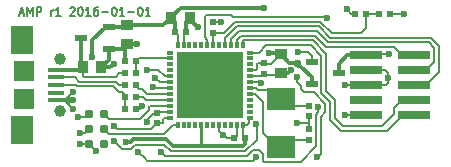
<source format=gtl>
G04 #@! TF.FileFunction,Copper,L1,Top,Signal*
%FSLAX46Y46*%
G04 Gerber Fmt 4.6, Leading zero omitted, Abs format (unit mm)*
G04 Created by KiCad (PCBNEW 0.201512311516+6410~40~ubuntu14.04.1-stable) date Sun 03 Jan 2016 04:54:28 GMT*
%MOMM*%
G01*
G04 APERTURE LIST*
%ADD10C,0.100000*%
%ADD11C,0.150000*%
%ADD12R,0.950000X1.000000*%
%ADD13R,0.550000X0.300000*%
%ADD14R,0.300000X0.550000*%
%ADD15R,2.000000X2.000000*%
%ADD16C,0.600000*%
%ADD17R,5.600000X5.600000*%
%ADD18R,1.000000X0.950000*%
%ADD19R,0.620000X0.620000*%
%ADD20R,1.000000X0.600000*%
%ADD21R,1.350000X0.400000*%
%ADD22C,1.000000*%
%ADD23R,1.800000X1.800000*%
%ADD24R,1.900000X2.440000*%
%ADD25C,0.787000*%
%ADD26R,2.400000X1.900000*%
%ADD27R,2.790000X0.740000*%
%ADD28C,0.200000*%
%ADD29C,0.300000*%
%ADD30C,0.250000*%
G04 APERTURE END LIST*
D10*
D11*
X101133333Y-93916667D02*
X101466667Y-93916667D01*
X101066667Y-94116667D02*
X101300000Y-93416667D01*
X101533333Y-94116667D01*
X101766667Y-94116667D02*
X101766667Y-93416667D01*
X102000000Y-93916667D01*
X102233333Y-93416667D01*
X102233333Y-94116667D01*
X102566667Y-94116667D02*
X102566667Y-93416667D01*
X102833333Y-93416667D01*
X102900000Y-93450000D01*
X102933333Y-93483333D01*
X102966667Y-93550000D01*
X102966667Y-93650000D01*
X102933333Y-93716667D01*
X102900000Y-93750000D01*
X102833333Y-93783333D01*
X102566667Y-93783333D01*
X103800000Y-94116667D02*
X103800000Y-93650000D01*
X103800000Y-93783333D02*
X103833333Y-93716667D01*
X103866666Y-93683333D01*
X103933333Y-93650000D01*
X104000000Y-93650000D01*
X104599999Y-94116667D02*
X104199999Y-94116667D01*
X104399999Y-94116667D02*
X104399999Y-93416667D01*
X104333333Y-93516667D01*
X104266666Y-93583333D01*
X104199999Y-93616667D01*
X105399999Y-93483333D02*
X105433333Y-93450000D01*
X105499999Y-93416667D01*
X105666666Y-93416667D01*
X105733333Y-93450000D01*
X105766666Y-93483333D01*
X105799999Y-93550000D01*
X105799999Y-93616667D01*
X105766666Y-93716667D01*
X105366666Y-94116667D01*
X105799999Y-94116667D01*
X106233333Y-93416667D02*
X106300000Y-93416667D01*
X106366666Y-93450000D01*
X106400000Y-93483333D01*
X106433333Y-93550000D01*
X106466666Y-93683333D01*
X106466666Y-93850000D01*
X106433333Y-93983333D01*
X106400000Y-94050000D01*
X106366666Y-94083333D01*
X106300000Y-94116667D01*
X106233333Y-94116667D01*
X106166666Y-94083333D01*
X106133333Y-94050000D01*
X106100000Y-93983333D01*
X106066666Y-93850000D01*
X106066666Y-93683333D01*
X106100000Y-93550000D01*
X106133333Y-93483333D01*
X106166666Y-93450000D01*
X106233333Y-93416667D01*
X107133333Y-94116667D02*
X106733333Y-94116667D01*
X106933333Y-94116667D02*
X106933333Y-93416667D01*
X106866667Y-93516667D01*
X106800000Y-93583333D01*
X106733333Y-93616667D01*
X107733334Y-93416667D02*
X107600000Y-93416667D01*
X107533334Y-93450000D01*
X107500000Y-93483333D01*
X107433334Y-93583333D01*
X107400000Y-93716667D01*
X107400000Y-93983333D01*
X107433334Y-94050000D01*
X107466667Y-94083333D01*
X107533334Y-94116667D01*
X107666667Y-94116667D01*
X107733334Y-94083333D01*
X107766667Y-94050000D01*
X107800000Y-93983333D01*
X107800000Y-93816667D01*
X107766667Y-93750000D01*
X107733334Y-93716667D01*
X107666667Y-93683333D01*
X107533334Y-93683333D01*
X107466667Y-93716667D01*
X107433334Y-93750000D01*
X107400000Y-93816667D01*
X108100001Y-93850000D02*
X108633334Y-93850000D01*
X109100001Y-93416667D02*
X109166668Y-93416667D01*
X109233334Y-93450000D01*
X109266668Y-93483333D01*
X109300001Y-93550000D01*
X109333334Y-93683333D01*
X109333334Y-93850000D01*
X109300001Y-93983333D01*
X109266668Y-94050000D01*
X109233334Y-94083333D01*
X109166668Y-94116667D01*
X109100001Y-94116667D01*
X109033334Y-94083333D01*
X109000001Y-94050000D01*
X108966668Y-93983333D01*
X108933334Y-93850000D01*
X108933334Y-93683333D01*
X108966668Y-93550000D01*
X109000001Y-93483333D01*
X109033334Y-93450000D01*
X109100001Y-93416667D01*
X110000001Y-94116667D02*
X109600001Y-94116667D01*
X109800001Y-94116667D02*
X109800001Y-93416667D01*
X109733335Y-93516667D01*
X109666668Y-93583333D01*
X109600001Y-93616667D01*
X110300002Y-93850000D02*
X110833335Y-93850000D01*
X111300002Y-93416667D02*
X111366669Y-93416667D01*
X111433335Y-93450000D01*
X111466669Y-93483333D01*
X111500002Y-93550000D01*
X111533335Y-93683333D01*
X111533335Y-93850000D01*
X111500002Y-93983333D01*
X111466669Y-94050000D01*
X111433335Y-94083333D01*
X111366669Y-94116667D01*
X111300002Y-94116667D01*
X111233335Y-94083333D01*
X111200002Y-94050000D01*
X111166669Y-93983333D01*
X111133335Y-93850000D01*
X111133335Y-93683333D01*
X111166669Y-93550000D01*
X111200002Y-93483333D01*
X111233335Y-93450000D01*
X111300002Y-93416667D01*
X112200002Y-94116667D02*
X111800002Y-94116667D01*
X112000002Y-94116667D02*
X112000002Y-93416667D01*
X111933336Y-93516667D01*
X111866669Y-93583333D01*
X111800002Y-93616667D01*
D12*
X115550000Y-94300000D03*
X113950000Y-94300000D03*
D13*
X120625000Y-102750000D03*
X120625000Y-102250000D03*
X120625000Y-101750000D03*
X120625000Y-101250000D03*
X120625000Y-100750000D03*
X120625000Y-100250000D03*
X120625000Y-99750000D03*
X120625000Y-99250000D03*
X120625000Y-98750000D03*
X120625000Y-98250000D03*
X120625000Y-97750000D03*
X120625000Y-97250000D03*
D14*
X120000000Y-96625000D03*
X119500000Y-96625000D03*
X119000000Y-96625000D03*
X118500000Y-96625000D03*
X118000000Y-96625000D03*
X117500000Y-96625000D03*
X117000000Y-96625000D03*
X116500000Y-96625000D03*
X116000000Y-96625000D03*
X115500000Y-96625000D03*
X115000000Y-96625000D03*
X114500000Y-96625000D03*
D13*
X113875000Y-97250000D03*
X113875000Y-97750000D03*
X113875000Y-98250000D03*
X113875000Y-98750000D03*
X113875000Y-99250000D03*
X113875000Y-99750000D03*
X113875000Y-100250000D03*
X113875000Y-100750000D03*
X113875000Y-101250000D03*
X113875000Y-101750000D03*
X113875000Y-102250000D03*
X113875000Y-102750000D03*
D14*
X114500000Y-103375000D03*
X115000000Y-103375000D03*
X115500000Y-103375000D03*
X116000000Y-103375000D03*
X116500000Y-103375000D03*
X117000000Y-103375000D03*
X117500000Y-103375000D03*
X118000000Y-103375000D03*
X118500000Y-103375000D03*
X119000000Y-103375000D03*
X119500000Y-103375000D03*
X120000000Y-103375000D03*
D15*
X118500000Y-101250000D03*
X118500000Y-98750000D03*
X116000000Y-101250000D03*
X116000000Y-98750000D03*
D16*
X119750000Y-102500000D03*
X119750000Y-100000000D03*
X119750000Y-97500000D03*
X117250000Y-102500000D03*
X117250000Y-100000000D03*
X117250000Y-97500000D03*
X114750000Y-102500000D03*
X114750000Y-100000000D03*
X114750000Y-97500000D03*
D17*
X117250000Y-100000000D03*
D18*
X123250000Y-99000000D03*
X123250000Y-97400000D03*
D19*
X115200000Y-95500000D03*
X114300000Y-95500000D03*
X119300000Y-104500000D03*
X120200000Y-104500000D03*
X112750000Y-102350000D03*
X112750000Y-103250000D03*
X121800000Y-99050000D03*
X121800000Y-98150000D03*
X125600000Y-103750000D03*
X125600000Y-104650000D03*
X117500000Y-94650000D03*
X117500000Y-95550000D03*
X125600000Y-102650000D03*
X125600000Y-101750000D03*
D12*
X108050000Y-98500000D03*
X106450000Y-98500000D03*
D20*
X108650000Y-96950000D03*
X108650000Y-95050000D03*
X106350000Y-96000000D03*
D21*
X104175000Y-98700000D03*
X104175000Y-99350000D03*
X104175000Y-100000000D03*
X104175000Y-100650000D03*
X104175000Y-101300000D03*
D22*
X104500000Y-97775000D03*
X104500000Y-102225000D03*
D23*
X101500000Y-98850000D03*
X101500000Y-101150000D03*
D24*
X101320000Y-103840000D03*
X101320000Y-96160000D03*
D25*
X107000000Y-102480000D03*
X108270000Y-102480000D03*
X107000000Y-103750000D03*
X108270000Y-103750000D03*
X107000000Y-105020000D03*
X108270000Y-105020000D03*
D20*
X125850000Y-98050000D03*
X125850000Y-99950000D03*
X128150000Y-99000000D03*
D19*
X110950000Y-99000000D03*
X110050000Y-99000000D03*
X110050000Y-98000000D03*
X110950000Y-98000000D03*
X110950000Y-102000000D03*
X110050000Y-102000000D03*
X110950000Y-100000000D03*
X110050000Y-100000000D03*
X110950000Y-101000000D03*
X110050000Y-101000000D03*
X131550000Y-94000000D03*
X132450000Y-94000000D03*
X129550000Y-94000000D03*
X130450000Y-94000000D03*
D26*
X123250000Y-105250000D03*
X123250000Y-101150000D03*
D18*
X110250000Y-96550000D03*
X110250000Y-94950000D03*
D27*
X130465000Y-97460000D03*
X134535000Y-97460000D03*
X130465000Y-98730000D03*
X134535000Y-98730000D03*
X130465000Y-100000000D03*
X134535000Y-100000000D03*
X130465000Y-101270000D03*
X134535000Y-101270000D03*
X130465000Y-102540000D03*
X134535000Y-102540000D03*
D16*
X124688224Y-98111776D03*
X122200000Y-97300000D03*
X121800000Y-93439989D03*
X107291735Y-97587978D03*
X110100000Y-104800000D03*
X109119645Y-103473504D03*
X106100000Y-102700000D03*
X132300000Y-99400000D03*
X107594458Y-105604798D03*
X124104985Y-98762235D03*
X128800000Y-93600000D03*
X128700000Y-102500000D03*
X128700000Y-100000000D03*
X124600000Y-103200000D03*
X116199990Y-95103484D03*
X118350000Y-104200000D03*
X118200000Y-94700000D03*
X109100000Y-98200000D03*
X111100000Y-96500000D03*
X111918272Y-103118272D03*
X106200000Y-105000000D03*
X105600000Y-102000000D03*
X105600000Y-100600000D03*
X105600000Y-101300000D03*
X121600000Y-99860002D03*
X109119645Y-104743505D03*
X121149993Y-103333019D03*
X106200000Y-104100000D03*
X127158519Y-94341481D03*
X124649998Y-97225009D03*
X111900000Y-98700000D03*
X111500000Y-101800000D03*
X124646792Y-99350833D03*
X126304272Y-106104272D03*
X121130325Y-106130325D03*
X111161921Y-105647295D03*
X112606133Y-99377001D03*
X126410002Y-101880967D03*
X113100000Y-105700000D03*
X112400000Y-100149990D03*
X132400000Y-97400000D03*
X133700000Y-94000000D03*
D28*
X113875000Y-102750000D02*
X113400000Y-102750000D01*
X113300000Y-103210000D02*
X113260000Y-103250000D01*
X113400000Y-102750000D02*
X113300000Y-102850000D01*
X113300000Y-102850000D02*
X113300000Y-103210000D01*
X113260000Y-103250000D02*
X112750000Y-103250000D01*
D29*
X124900000Y-98400000D02*
X124688224Y-98188224D01*
X125850000Y-99350000D02*
X124900000Y-98400000D01*
X124688224Y-98111776D02*
X124300000Y-98111776D01*
X124300000Y-98111776D02*
X123961776Y-98111776D01*
X124900000Y-98400000D02*
X124662002Y-98400000D01*
X124662002Y-98400000D02*
X124373778Y-98111776D01*
X124373778Y-98111776D02*
X124300000Y-98111776D01*
X125850000Y-99950000D02*
X125850000Y-99350000D01*
X124688224Y-98188224D02*
X124688224Y-98111776D01*
X120049999Y-105160001D02*
X116500000Y-105160001D01*
X116500000Y-105160001D02*
X114084413Y-105160001D01*
D30*
X116500000Y-103375000D02*
X116500000Y-105160001D01*
D29*
X120200000Y-105010000D02*
X120049999Y-105160001D01*
X110524264Y-104800000D02*
X110100000Y-104800000D01*
X114084413Y-105160001D02*
X113517920Y-104593508D01*
X113517920Y-104593508D02*
X110730756Y-104593508D01*
X110730756Y-104593508D02*
X110524264Y-104800000D01*
D28*
X121800000Y-98150000D02*
X121290000Y-98150000D01*
X121200001Y-98239999D02*
X121200001Y-98649999D01*
X121290000Y-98150000D02*
X121200001Y-98239999D01*
X121200001Y-98649999D02*
X121100000Y-98750000D01*
X121100000Y-98750000D02*
X120625000Y-98750000D01*
D29*
X123961776Y-98111776D02*
X123250000Y-97400000D01*
X122200000Y-97300000D02*
X123150000Y-97300000D01*
X123150000Y-97300000D02*
X123250000Y-97400000D01*
X113950000Y-94300000D02*
X113950000Y-94275000D01*
X113950000Y-94275000D02*
X114785011Y-93439989D01*
X114785011Y-93439989D02*
X121800000Y-93439989D01*
X110250000Y-94950000D02*
X113300000Y-94950000D01*
X113300000Y-94950000D02*
X113950000Y-94300000D01*
X114300000Y-95500000D02*
X114300000Y-94650000D01*
X114300000Y-94650000D02*
X113950000Y-94300000D01*
X108650000Y-95050000D02*
X108450000Y-95050000D01*
X108450000Y-95050000D02*
X107291735Y-96208265D01*
X107291735Y-96208265D02*
X107291735Y-97587978D01*
D28*
X120549992Y-103175008D02*
X120549992Y-102825008D01*
X120549992Y-102825008D02*
X120625000Y-102750000D01*
X120000000Y-103375000D02*
X120350000Y-103375000D01*
X120350000Y-103375000D02*
X120549992Y-103175008D01*
D29*
X120200000Y-104500000D02*
X120200000Y-105010000D01*
X120200000Y-105010000D02*
X120099999Y-105110001D01*
D28*
X112281727Y-103718273D02*
X109364414Y-103718273D01*
X109364414Y-103718273D02*
X109119645Y-103473504D01*
X112750000Y-103250000D02*
X112281727Y-103718273D01*
X106100000Y-102700000D02*
X106780000Y-102700000D01*
X106780000Y-102700000D02*
X107000000Y-102480000D01*
D29*
X108650000Y-95050000D02*
X110150000Y-95050000D01*
D28*
X110150000Y-95050000D02*
X110250000Y-94950000D01*
X121750000Y-98250000D02*
X122400000Y-98250000D01*
X122400000Y-98250000D02*
X123250000Y-97400000D01*
X121600000Y-98250000D02*
X121750000Y-98250000D01*
X114500000Y-96625000D02*
X114500000Y-95700000D01*
X114500000Y-95700000D02*
X114300000Y-95500000D01*
X120000000Y-103375000D02*
X120000000Y-104300000D01*
X120000000Y-104300000D02*
X120200000Y-104500000D01*
X132300000Y-99400000D02*
X132300000Y-99800000D01*
X132300000Y-98970000D02*
X132300000Y-99400000D01*
X107000000Y-105020000D02*
X107009660Y-105020000D01*
X107009660Y-105020000D02*
X107594458Y-105604798D01*
X105300000Y-100900000D02*
X105600000Y-100600000D01*
X105200000Y-101000000D02*
X105300000Y-100900000D01*
X105200000Y-101600000D02*
X105300000Y-101700000D01*
X105300000Y-101700000D02*
X105600000Y-102000000D01*
X105300000Y-100900000D02*
X105300000Y-101700000D01*
X105200000Y-101000000D02*
X105200000Y-101600000D01*
X104900000Y-101300000D02*
X105200000Y-101000000D01*
X104900000Y-101300000D02*
X105200000Y-101600000D01*
D29*
X123250000Y-99000000D02*
X123867220Y-99000000D01*
X123867220Y-99000000D02*
X124104985Y-98762235D01*
D28*
X132300000Y-99800000D02*
X132100000Y-100000000D01*
X132100000Y-100000000D02*
X130465000Y-100000000D01*
X130465000Y-98730000D02*
X132060000Y-98730000D01*
X132060000Y-98730000D02*
X132300000Y-98970000D01*
X129550000Y-94000000D02*
X129200000Y-94000000D01*
X129200000Y-94000000D02*
X128800000Y-93600000D01*
X130465000Y-102540000D02*
X128740000Y-102540000D01*
X128740000Y-102540000D02*
X128700000Y-102500000D01*
X130465000Y-100000000D02*
X128700000Y-100000000D01*
X125600000Y-103200000D02*
X125600000Y-103750000D01*
X125600000Y-102650000D02*
X125600000Y-103200000D01*
X125600000Y-103200000D02*
X124600000Y-103200000D01*
X120625000Y-99250000D02*
X121600000Y-99250000D01*
X121600000Y-99250000D02*
X121800000Y-99050000D01*
D29*
X115550000Y-94300000D02*
X115550000Y-94453494D01*
X115550000Y-94453494D02*
X116199990Y-95103484D01*
X115200000Y-95500000D02*
X115200000Y-94650000D01*
X115200000Y-94650000D02*
X115550000Y-94300000D01*
D28*
X118350000Y-104200000D02*
X118650000Y-104500000D01*
X118000000Y-103850000D02*
X118350000Y-104200000D01*
X117500000Y-94650000D02*
X118150000Y-94650000D01*
X118150000Y-94650000D02*
X118200000Y-94700000D01*
D29*
X108050000Y-98500000D02*
X108800000Y-98500000D01*
X108800000Y-98500000D02*
X109100000Y-98200000D01*
X110250000Y-96550000D02*
X111050000Y-96550000D01*
D28*
X111050000Y-96550000D02*
X111100000Y-96500000D01*
X112750000Y-102350000D02*
X112489998Y-102350000D01*
X112489998Y-102350000D02*
X111918272Y-102921726D01*
X111918272Y-102921726D02*
X111918272Y-103118272D01*
X118000000Y-103375000D02*
X118000000Y-103850000D01*
X118650000Y-104500000D02*
X118790000Y-104500000D01*
X118790000Y-104500000D02*
X119300000Y-104500000D01*
X107000000Y-105020000D02*
X106220000Y-105020000D01*
X106220000Y-105020000D02*
X106200000Y-105000000D01*
X104175000Y-101300000D02*
X104900000Y-101300000D01*
X104175000Y-101300000D02*
X105600000Y-101300000D01*
D29*
X110050000Y-98000000D02*
X110050000Y-96750000D01*
D28*
X110050000Y-96750000D02*
X110250000Y-96550000D01*
D29*
X108650000Y-96950000D02*
X108650000Y-97900000D01*
X108650000Y-97900000D02*
X108050000Y-98500000D01*
X108650000Y-96950000D02*
X109850000Y-96950000D01*
D28*
X109850000Y-96950000D02*
X110250000Y-96550000D01*
X121750000Y-99150000D02*
X123100000Y-99150000D01*
X123100000Y-99150000D02*
X123250000Y-99000000D01*
X121650000Y-99250000D02*
X121750000Y-99150000D01*
X115000000Y-96625000D02*
X115000000Y-95700000D01*
X115000000Y-95700000D02*
X115200000Y-95500000D01*
X113875000Y-102250000D02*
X112850000Y-102250000D01*
X112850000Y-102250000D02*
X112750000Y-102350000D01*
X119500000Y-103375000D02*
X119500000Y-104300000D01*
X119500000Y-104300000D02*
X119300000Y-104500000D01*
X125600000Y-104650000D02*
X123850000Y-104650000D01*
X123850000Y-104650000D02*
X123250000Y-105250000D01*
X120625000Y-100750000D02*
X121036297Y-100750000D01*
X121036297Y-100750000D02*
X121749999Y-101463702D01*
X121749999Y-104049999D02*
X122950000Y-105250000D01*
X121749999Y-101463702D02*
X121749999Y-104049999D01*
X122950000Y-105250000D02*
X123250000Y-105250000D01*
X123250000Y-105250000D02*
X122903701Y-105250000D01*
X123000000Y-105250000D02*
X123250000Y-105250000D01*
X117500000Y-95550000D02*
X118402905Y-95550000D01*
X118402905Y-95550000D02*
X119327955Y-94624949D01*
X119327955Y-94624949D02*
X126593445Y-94624949D01*
X126593445Y-94624949D02*
X127558464Y-95589969D01*
X127558464Y-95589969D02*
X130010031Y-95589969D01*
X130010031Y-95589969D02*
X130450000Y-95150000D01*
X130450000Y-95150000D02*
X130450000Y-94000000D01*
X117500000Y-96625000D02*
X117500000Y-95550000D01*
X130450000Y-94000000D02*
X131550000Y-94000000D01*
X125600000Y-101750000D02*
X123850000Y-101750000D01*
X123850000Y-101750000D02*
X123250000Y-101150000D01*
X120625000Y-100250000D02*
X121101996Y-100250000D01*
X121101996Y-100250000D02*
X121311999Y-100460003D01*
X121311999Y-100460003D02*
X122560003Y-100460003D01*
X122560003Y-100460003D02*
X123250000Y-101150000D01*
X123250000Y-101150000D02*
X122950000Y-101150000D01*
X122550000Y-100450000D02*
X123250000Y-101150000D01*
X106450000Y-98500000D02*
X106450000Y-99200000D01*
X109239999Y-99300001D02*
X109540000Y-99000000D01*
X106450000Y-99200000D02*
X106550001Y-99300001D01*
X106550001Y-99300001D02*
X109239999Y-99300001D01*
X109540000Y-99000000D02*
X110050000Y-99000000D01*
D29*
X106350000Y-96000000D02*
X106350000Y-98400000D01*
D28*
X106350000Y-98400000D02*
X106450000Y-98500000D01*
D29*
X104175000Y-98700000D02*
X106250000Y-98700000D01*
D28*
X106250000Y-98700000D02*
X106450000Y-98500000D01*
X121149993Y-103333019D02*
X121200000Y-103383026D01*
X121200000Y-103383026D02*
X121200000Y-104646410D01*
X121200000Y-104646410D02*
X120236399Y-105610011D01*
X120236399Y-105610011D02*
X113898013Y-105610011D01*
X113898013Y-105610011D02*
X113335296Y-105047294D01*
X113335296Y-105047294D02*
X110920930Y-105047294D01*
X110920930Y-105047294D02*
X110917155Y-105043519D01*
X109776141Y-105400001D02*
X109119645Y-104743505D01*
X110917155Y-105043519D02*
X110560673Y-105400001D01*
X110560673Y-105400001D02*
X109776141Y-105400001D01*
X120625000Y-99750000D02*
X121489998Y-99750000D01*
X121489998Y-99750000D02*
X121600000Y-99860002D01*
X106200000Y-104100000D02*
X106650000Y-104100000D01*
X106650000Y-104100000D02*
X107000000Y-103750000D01*
X107000000Y-103750000D02*
X107006415Y-103750000D01*
X120625000Y-97250000D02*
X121350000Y-97250000D01*
X127410013Y-101427277D02*
X127410013Y-102989987D01*
X121350000Y-97250000D02*
X121975001Y-96624999D01*
X121975001Y-96624999D02*
X125765001Y-96624999D01*
X125765001Y-96624999D02*
X126650001Y-97509999D01*
X126650001Y-97509999D02*
X126650001Y-100667266D01*
X126650001Y-100667266D02*
X127410013Y-101427277D01*
X127410013Y-102989987D02*
X128320026Y-103900000D01*
X132200000Y-103900000D02*
X133560000Y-102540000D01*
X128320026Y-103900000D02*
X132200000Y-103900000D01*
X133560000Y-102540000D02*
X134535000Y-102540000D01*
X120000000Y-96625000D02*
X120000000Y-96300000D01*
X120000000Y-96300000D02*
X120075011Y-96224989D01*
X120075011Y-96224989D02*
X125930690Y-96224989D01*
X127050011Y-97344310D02*
X127050011Y-100501577D01*
X131810012Y-103499990D02*
X132839999Y-102470003D01*
X133510000Y-101270000D02*
X134535000Y-101270000D01*
X125930690Y-96224989D02*
X127050011Y-97344310D01*
X127050011Y-100501577D02*
X127810023Y-101261588D01*
X127810023Y-101261588D02*
X127810023Y-102824299D01*
X132839999Y-101940001D02*
X133510000Y-101270000D01*
X127810023Y-102824299D02*
X128485714Y-103499990D01*
X128485714Y-103499990D02*
X131810012Y-103499990D01*
X132839999Y-102470003D02*
X132839999Y-101940001D01*
X127061398Y-96789999D02*
X132389999Y-96789999D01*
X132389999Y-96789999D02*
X132399999Y-96799999D01*
X132399999Y-96799999D02*
X132849999Y-96799999D01*
X133510000Y-97460000D02*
X134535000Y-97460000D01*
X132849999Y-96799999D02*
X133510000Y-97460000D01*
X119500000Y-96625000D02*
X119500000Y-96159998D01*
X119835019Y-95824979D02*
X126096378Y-95824979D01*
X119500000Y-96159998D02*
X119835019Y-95824979D01*
X126096378Y-95824979D02*
X127061398Y-96789999D01*
X119000000Y-96625000D02*
X119000000Y-96084302D01*
X135769991Y-96389989D02*
X136230001Y-96849999D01*
X136230001Y-96849999D02*
X136230001Y-98059999D01*
X119000000Y-96084302D02*
X119659331Y-95424971D01*
X119659331Y-95424971D02*
X119669328Y-95424971D01*
X119669328Y-95424971D02*
X119669330Y-95424969D01*
X126262067Y-95424969D02*
X127227087Y-96389989D01*
X136230001Y-98059999D02*
X135560000Y-98730000D01*
X119669330Y-95424969D02*
X126262067Y-95424969D01*
X127227087Y-96389989D02*
X135769991Y-96389989D01*
X135560000Y-98730000D02*
X134535000Y-98730000D01*
X118500000Y-96625000D02*
X118500000Y-96018603D01*
X118500000Y-96018603D02*
X119493644Y-95024959D01*
X119493644Y-95024959D02*
X126427756Y-95024959D01*
X126427756Y-95024959D02*
X127392776Y-95989979D01*
X127392776Y-95989979D02*
X135935680Y-95989979D01*
X135935680Y-95989979D02*
X136630011Y-96684310D01*
X136630011Y-96684310D02*
X136630011Y-98929989D01*
X136630011Y-98929989D02*
X135560000Y-100000000D01*
X135560000Y-100000000D02*
X134535000Y-100000000D01*
X126000000Y-94224939D02*
X127041977Y-94224939D01*
X127041977Y-94224939D02*
X127158519Y-94341481D01*
X117000000Y-96625000D02*
X117000000Y-96150000D01*
X119224939Y-94224939D02*
X126000000Y-94224939D01*
X117000000Y-96150000D02*
X116800000Y-95950000D01*
X119039999Y-94039999D02*
X119224939Y-94224939D01*
X116800000Y-95950000D02*
X116800000Y-94189998D01*
X116800000Y-94189998D02*
X116949999Y-94039999D01*
X116949999Y-94039999D02*
X119039999Y-94039999D01*
X124649998Y-97225009D02*
X125525009Y-97225009D01*
X125525009Y-97225009D02*
X125850000Y-97550000D01*
X125850000Y-97550000D02*
X125850000Y-98050000D01*
X113875000Y-97750000D02*
X111200000Y-97750000D01*
X111200000Y-97750000D02*
X110950000Y-98000000D01*
X110950000Y-99000000D02*
X110950000Y-98000000D01*
X112850000Y-98700000D02*
X111900000Y-98700000D01*
X113875000Y-99250000D02*
X113400000Y-99250000D01*
X113400000Y-99250000D02*
X112850000Y-98700000D01*
X111300000Y-102000000D02*
X111500000Y-101800000D01*
X110950000Y-102000000D02*
X111300000Y-102000000D01*
X124646792Y-99350833D02*
X124646792Y-99775097D01*
X124646792Y-99775097D02*
X124925561Y-100053866D01*
X124925561Y-100053866D02*
X124925561Y-100365563D01*
X126304272Y-106104272D02*
X126610011Y-105798533D01*
X126610011Y-102670921D02*
X127010003Y-102270929D01*
X126610011Y-105798533D02*
X126610011Y-102670921D01*
X127010003Y-102270929D02*
X127010003Y-101592966D01*
X127010003Y-101592966D02*
X126017027Y-100599990D01*
X126017027Y-100599990D02*
X125159988Y-100599990D01*
X125159988Y-100599990D02*
X124925561Y-100365563D01*
X121130325Y-106130325D02*
X120850619Y-106410031D01*
X120850619Y-106410031D02*
X111924657Y-106410031D01*
X111924657Y-106410031D02*
X111814627Y-106300001D01*
X111814627Y-106300001D02*
X111161921Y-105647295D01*
X113875000Y-99750000D02*
X112979132Y-99750000D01*
X112979132Y-99750000D02*
X112606133Y-99377001D01*
X113100000Y-105700000D02*
X113410021Y-106010021D01*
X126210001Y-105200001D02*
X126210001Y-102505232D01*
X113410021Y-106010021D02*
X120402089Y-106010021D01*
X121749999Y-105849999D02*
X121749999Y-106440001D01*
X121809999Y-106500001D02*
X124910001Y-106500001D01*
X120402089Y-106010021D02*
X120912108Y-105500000D01*
X120912108Y-105500000D02*
X121400000Y-105500000D01*
X121400000Y-105500000D02*
X121749999Y-105849999D01*
X121749999Y-106440001D02*
X121809999Y-106500001D01*
X124910001Y-106500001D02*
X126210001Y-105200001D01*
X126210001Y-102505232D02*
X126410002Y-102305231D01*
X126410002Y-102305231D02*
X126410002Y-101880967D01*
X113875000Y-100250000D02*
X112500010Y-100250000D01*
X112500010Y-100250000D02*
X112400000Y-100149990D01*
X113875000Y-101750000D02*
X113396801Y-101750000D01*
X113396801Y-101750000D02*
X113386800Y-101739999D01*
X113386800Y-101739999D02*
X112199999Y-101739999D01*
X112199999Y-101739999D02*
X112100001Y-101839997D01*
X112100001Y-102088001D02*
X111314503Y-102873499D01*
X111314503Y-102873499D02*
X108663499Y-102873499D01*
X108663499Y-102873499D02*
X108270000Y-102480000D01*
X112100001Y-101839997D02*
X112100001Y-102088001D01*
X114500000Y-103375000D02*
X114150000Y-103375000D01*
X114150000Y-103375000D02*
X113381501Y-104143499D01*
X113381501Y-104143499D02*
X108663499Y-104143499D01*
X108663499Y-104143499D02*
X108270000Y-103750000D01*
X110050000Y-100000000D02*
X109540000Y-100000000D01*
X109540000Y-100000000D02*
X109240011Y-99700011D01*
X109240011Y-99700011D02*
X106153711Y-99700011D01*
X106153711Y-99700011D02*
X105803700Y-99350000D01*
X105803700Y-99350000D02*
X105050000Y-99350000D01*
X105050000Y-99350000D02*
X104175000Y-99350000D01*
X110050000Y-101000000D02*
X110050000Y-100850000D01*
X109499999Y-100610001D02*
X108990019Y-100100021D01*
X105050000Y-100000000D02*
X104175000Y-100000000D01*
X110050000Y-100850000D02*
X109810001Y-100610001D01*
X109810001Y-100610001D02*
X109499999Y-100610001D01*
X105988023Y-100100021D02*
X105888001Y-99999999D01*
X108990019Y-100100021D02*
X105988023Y-100100021D01*
X105888001Y-99999999D02*
X105050000Y-100000000D01*
X110050000Y-101000000D02*
X110050000Y-102000000D01*
X132400000Y-97400000D02*
X130525000Y-97400000D01*
X130525000Y-97400000D02*
X130465000Y-97460000D01*
X132450000Y-94000000D02*
X133700000Y-94000000D01*
D29*
X130465000Y-97460000D02*
X128870000Y-97460000D01*
X128150000Y-98500000D02*
X128150000Y-99000000D01*
X128150000Y-98180000D02*
X128150000Y-98500000D01*
X128870000Y-97460000D02*
X128150000Y-98180000D01*
D28*
X132450000Y-94000000D02*
X132650002Y-94000000D01*
X113875000Y-100750000D02*
X111903701Y-100750000D01*
X111903701Y-100750000D02*
X111453701Y-100300000D01*
X111453701Y-100300000D02*
X111250000Y-100300000D01*
X111250000Y-100300000D02*
X110950000Y-100000000D01*
X113875000Y-101250000D02*
X111838002Y-101250000D01*
X111838002Y-101250000D02*
X111588002Y-101000000D01*
X111588002Y-101000000D02*
X111460000Y-101000000D01*
X111460000Y-101000000D02*
X110950000Y-101000000D01*
M02*

</source>
